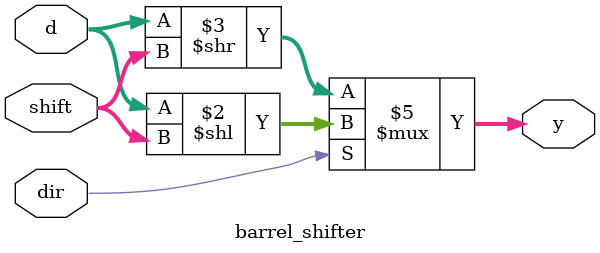
<source format=v>
module barrel_shifter(input [3:0] d, input [1:0] shift, input dir, output reg [3:0] y);
  always @(*)
    if (dir) y = d << shift;
    else y = d >> shift;
endmodule

</source>
